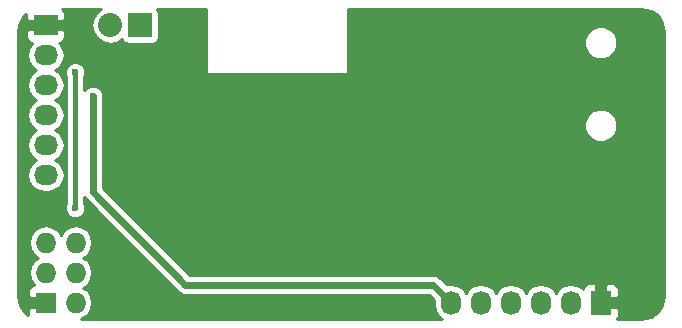
<source format=gbl>
G04 #@! TF.FileFunction,Copper,L2,Bot,Plane*
%FSLAX46Y46*%
G04 Gerber Fmt 4.6, Leading zero omitted, Abs format (unit mm)*
G04 Created by KiCad (PCBNEW 4.0.2-4+6225~38~ubuntu15.04.1-stable) date Fri 29 Apr 2016 12:43:49 PM PDT*
%MOMM*%
G01*
G04 APERTURE LIST*
%ADD10C,0.100000*%
%ADD11C,0.685800*%
%ADD12R,1.727200X1.727200*%
%ADD13O,1.727200X1.727200*%
%ADD14R,2.032000X1.727200*%
%ADD15O,2.032000X1.727200*%
%ADD16R,1.727200X2.032000*%
%ADD17O,1.727200X2.032000*%
%ADD18R,2.032000X2.032000*%
%ADD19O,2.032000X2.032000*%
%ADD20C,0.600000*%
%ADD21C,0.600000*%
%ADD22C,0.400000*%
%ADD23C,0.254000*%
G04 APERTURE END LIST*
D10*
D11*
X135070000Y-87050000D03*
X129100000Y-77500000D03*
X128000000Y-72050000D03*
X130920000Y-74500000D03*
X130920000Y-73000000D03*
X164300000Y-83300000D03*
X162000000Y-66000000D03*
X160500000Y-66000000D03*
X151500000Y-66000000D03*
X154500000Y-66000000D03*
X156000000Y-66000000D03*
X157500000Y-66000000D03*
X159000000Y-66000000D03*
X153000000Y-66000000D03*
X150000000Y-66000000D03*
X148500000Y-66000000D03*
X147000000Y-66000000D03*
X173000000Y-67000000D03*
X168500000Y-66000000D03*
X167000000Y-66000000D03*
X171500000Y-66000000D03*
X170000000Y-66000000D03*
X171500000Y-91500000D03*
X170000000Y-91500000D03*
X173000000Y-85000000D03*
X173000000Y-86500000D03*
X173000000Y-89500000D03*
X173000000Y-82000000D03*
X173000000Y-88000000D03*
X173000000Y-83500000D03*
X173000000Y-77500000D03*
X173000000Y-79000000D03*
X173000000Y-80500000D03*
X173000000Y-76000000D03*
X134200000Y-69000000D03*
X134200000Y-67500000D03*
X132700000Y-66000000D03*
X134200000Y-66000000D03*
X131200000Y-66000000D03*
X124500000Y-66000000D03*
X123000000Y-66000000D03*
X119000000Y-68500000D03*
X119000000Y-67000000D03*
X119000000Y-70000000D03*
X119000000Y-89000000D03*
X119000000Y-87500000D03*
X119000000Y-90500000D03*
X150720000Y-70050000D03*
X150720000Y-87050000D03*
X150720000Y-75050000D03*
X146500000Y-87050000D03*
X146500000Y-75050000D03*
X150720000Y-79050000D03*
X146500000Y-79050000D03*
X135000000Y-74500000D03*
X135000000Y-73000000D03*
X150000000Y-91500000D03*
X153000000Y-91500000D03*
X151500000Y-91500000D03*
X148500000Y-91500000D03*
X138000000Y-91500000D03*
X139500000Y-91500000D03*
X142500000Y-91500000D03*
X144000000Y-91500000D03*
X145500000Y-91500000D03*
X147000000Y-91500000D03*
X141000000Y-91500000D03*
X142500000Y-71500000D03*
X144000000Y-71500000D03*
X138000000Y-71500000D03*
X136500000Y-71500000D03*
X145500000Y-71500000D03*
X141000000Y-71500000D03*
X139500000Y-71500000D03*
D12*
X121000000Y-90500000D03*
D13*
X123540000Y-90500000D03*
X121000000Y-87960000D03*
X123540000Y-87960000D03*
X121000000Y-85420000D03*
X123540000Y-85420000D03*
D14*
X121000000Y-67000000D03*
D15*
X121000000Y-69540000D03*
X121000000Y-72080000D03*
X121000000Y-74620000D03*
X121000000Y-77160000D03*
X121000000Y-79700000D03*
D16*
X168000000Y-90500000D03*
D17*
X165460000Y-90500000D03*
X162920000Y-90500000D03*
X160380000Y-90500000D03*
X157840000Y-90500000D03*
X155300000Y-90500000D03*
D18*
X129000000Y-67000000D03*
D19*
X126460000Y-67000000D03*
D11*
X135000000Y-71500000D03*
D20*
X132835000Y-89000000D03*
X125000000Y-73000000D03*
X123500000Y-71000000D03*
X123500000Y-82500000D03*
D21*
X132835000Y-89000000D02*
X153800000Y-89000000D01*
X153800000Y-89000000D02*
X155300000Y-90500000D01*
X125000000Y-73000000D02*
X125000000Y-81165000D01*
X132835000Y-89000000D02*
X125000000Y-81165000D01*
D22*
X123500000Y-71000000D02*
X123500000Y-82500000D01*
D23*
G36*
X125315596Y-65886448D02*
X124974223Y-66397350D01*
X124854348Y-67000000D01*
X124974223Y-67602650D01*
X125315596Y-68113552D01*
X125826498Y-68454925D01*
X126429148Y-68574800D01*
X126490852Y-68574800D01*
X127093502Y-68454925D01*
X127451796Y-68215521D01*
X127453218Y-68223079D01*
X127575601Y-68413268D01*
X127762337Y-68540859D01*
X127984000Y-68585747D01*
X130016000Y-68585747D01*
X130223079Y-68546782D01*
X130413268Y-68424399D01*
X130540859Y-68237663D01*
X130585747Y-68016000D01*
X130585747Y-65984000D01*
X130546782Y-65776921D01*
X130454686Y-65633800D01*
X134573000Y-65633800D01*
X134573000Y-71000000D01*
X134581685Y-71046159D01*
X134582652Y-71047662D01*
X134583006Y-71049410D01*
X134596248Y-71068791D01*
X134608965Y-71088553D01*
X134610440Y-71089560D01*
X134611447Y-71091035D01*
X134631209Y-71103752D01*
X134650590Y-71116994D01*
X134652338Y-71117348D01*
X134653841Y-71118315D01*
X134700000Y-71127000D01*
X146500000Y-71127000D01*
X146546159Y-71118315D01*
X146547662Y-71117348D01*
X146549410Y-71116994D01*
X146568791Y-71103752D01*
X146588553Y-71091035D01*
X146589560Y-71089560D01*
X146591035Y-71088553D01*
X146603752Y-71068791D01*
X146616994Y-71049410D01*
X146617348Y-71047662D01*
X146618315Y-71046159D01*
X146627000Y-71000000D01*
X146627000Y-68778998D01*
X166590956Y-68778998D01*
X166804981Y-69296979D01*
X167200937Y-69693626D01*
X167718543Y-69908555D01*
X168278998Y-69909044D01*
X168796979Y-69695019D01*
X169193626Y-69299063D01*
X169408555Y-68781457D01*
X169409044Y-68221002D01*
X169195019Y-67703021D01*
X168799063Y-67306374D01*
X168281457Y-67091445D01*
X167721002Y-67090956D01*
X167203021Y-67304981D01*
X166806374Y-67700937D01*
X166591445Y-68218543D01*
X166590956Y-68778998D01*
X146627000Y-68778998D01*
X146627000Y-65633800D01*
X171437575Y-65633800D01*
X172209413Y-65787328D01*
X172810823Y-66189177D01*
X173212672Y-66790588D01*
X173366200Y-67562425D01*
X173366200Y-89937575D01*
X173212672Y-90709412D01*
X172810823Y-91310823D01*
X172209413Y-91712672D01*
X171437575Y-91866200D01*
X169405862Y-91866200D01*
X169498600Y-91642310D01*
X169498600Y-91031750D01*
X169339850Y-90873000D01*
X168373000Y-90873000D01*
X168373000Y-90893000D01*
X167627000Y-90893000D01*
X167627000Y-90873000D01*
X167607000Y-90873000D01*
X167607000Y-90127000D01*
X167627000Y-90127000D01*
X167627000Y-89007750D01*
X168373000Y-89007750D01*
X168373000Y-90127000D01*
X169339850Y-90127000D01*
X169498600Y-89968250D01*
X169498600Y-89357690D01*
X169401927Y-89124301D01*
X169223298Y-88945673D01*
X168989909Y-88849000D01*
X168531750Y-88849000D01*
X168373000Y-89007750D01*
X167627000Y-89007750D01*
X167468250Y-88849000D01*
X167010091Y-88849000D01*
X166776702Y-88945673D01*
X166598073Y-89124301D01*
X166501400Y-89357690D01*
X166501400Y-89364255D01*
X166465789Y-89310959D01*
X166004329Y-89002622D01*
X165460000Y-88894348D01*
X164915671Y-89002622D01*
X164454211Y-89310959D01*
X164190000Y-89706380D01*
X163925789Y-89310959D01*
X163464329Y-89002622D01*
X162920000Y-88894348D01*
X162375671Y-89002622D01*
X161914211Y-89310959D01*
X161650000Y-89706380D01*
X161385789Y-89310959D01*
X160924329Y-89002622D01*
X160380000Y-88894348D01*
X159835671Y-89002622D01*
X159374211Y-89310959D01*
X159110000Y-89706380D01*
X158845789Y-89310959D01*
X158384329Y-89002622D01*
X157840000Y-88894348D01*
X157295671Y-89002622D01*
X156834211Y-89310959D01*
X156570000Y-89706380D01*
X156305789Y-89310959D01*
X155844329Y-89002622D01*
X155300000Y-88894348D01*
X154973766Y-88959240D01*
X154407263Y-88392737D01*
X154128649Y-88206572D01*
X153800000Y-88141200D01*
X133190726Y-88141200D01*
X125858800Y-80809274D01*
X125858800Y-75778998D01*
X166590956Y-75778998D01*
X166804981Y-76296979D01*
X167200937Y-76693626D01*
X167718543Y-76908555D01*
X168278998Y-76909044D01*
X168796979Y-76695019D01*
X169193626Y-76299063D01*
X169408555Y-75781457D01*
X169409044Y-75221002D01*
X169195019Y-74703021D01*
X168799063Y-74306374D01*
X168281457Y-74091445D01*
X167721002Y-74090956D01*
X167203021Y-74304981D01*
X166806374Y-74700937D01*
X166591445Y-75218543D01*
X166590956Y-75778998D01*
X125858800Y-75778998D01*
X125858800Y-73000750D01*
X125858949Y-72829924D01*
X125728480Y-72514164D01*
X125487106Y-72272369D01*
X125171575Y-72141349D01*
X124829924Y-72141051D01*
X124514164Y-72271520D01*
X124272369Y-72512894D01*
X124258800Y-72545572D01*
X124258800Y-71412043D01*
X124358651Y-71171575D01*
X124358949Y-70829924D01*
X124228480Y-70514164D01*
X123987106Y-70272369D01*
X123671575Y-70141349D01*
X123329924Y-70141051D01*
X123014164Y-70271520D01*
X122772369Y-70512894D01*
X122641349Y-70828425D01*
X122641051Y-71170076D01*
X122741200Y-71412456D01*
X122741200Y-82087957D01*
X122641349Y-82328425D01*
X122641051Y-82670076D01*
X122771520Y-82985836D01*
X123012894Y-83227631D01*
X123328425Y-83358651D01*
X123670076Y-83358949D01*
X123985836Y-83228480D01*
X124227631Y-82987106D01*
X124358651Y-82671575D01*
X124358949Y-82329924D01*
X124258800Y-82087544D01*
X124258800Y-81571813D01*
X124305263Y-81641349D01*
X124392737Y-81772263D01*
X132226920Y-89606446D01*
X132347894Y-89727631D01*
X132663425Y-89858651D01*
X133005076Y-89858949D01*
X133005437Y-89858800D01*
X153444274Y-89858800D01*
X153881685Y-90296211D01*
X153877600Y-90316748D01*
X153877600Y-90683252D01*
X153985874Y-91227581D01*
X154294211Y-91689041D01*
X154559349Y-91866200D01*
X123962627Y-91866200D01*
X124084329Y-91841992D01*
X124545789Y-91533655D01*
X124854126Y-91072195D01*
X124962400Y-90527866D01*
X124962400Y-90472134D01*
X124854126Y-89927805D01*
X124545789Y-89466345D01*
X124192073Y-89230000D01*
X124545789Y-88993655D01*
X124854126Y-88532195D01*
X124962400Y-87987866D01*
X124962400Y-87932134D01*
X124854126Y-87387805D01*
X124545789Y-86926345D01*
X124192073Y-86690000D01*
X124545789Y-86453655D01*
X124854126Y-85992195D01*
X124962400Y-85447866D01*
X124962400Y-85392134D01*
X124854126Y-84847805D01*
X124545789Y-84386345D01*
X124084329Y-84078008D01*
X123540000Y-83969734D01*
X122995671Y-84078008D01*
X122534211Y-84386345D01*
X122270000Y-84781766D01*
X122005789Y-84386345D01*
X121544329Y-84078008D01*
X121000000Y-83969734D01*
X120455671Y-84078008D01*
X119994211Y-84386345D01*
X119685874Y-84847805D01*
X119577600Y-85392134D01*
X119577600Y-85447866D01*
X119685874Y-85992195D01*
X119994211Y-86453655D01*
X120347927Y-86690000D01*
X119994211Y-86926345D01*
X119685874Y-87387805D01*
X119577600Y-87932134D01*
X119577600Y-87987866D01*
X119685874Y-88532195D01*
X119994211Y-88993655D01*
X120007443Y-89002496D01*
X119776701Y-89098073D01*
X119598073Y-89276702D01*
X119501400Y-89510091D01*
X119501400Y-89968250D01*
X119660150Y-90127000D01*
X120627000Y-90127000D01*
X120627000Y-90107000D01*
X121373000Y-90107000D01*
X121373000Y-90127000D01*
X121393000Y-90127000D01*
X121393000Y-90873000D01*
X121373000Y-90873000D01*
X121373000Y-90893000D01*
X120627000Y-90893000D01*
X120627000Y-90873000D01*
X119660150Y-90873000D01*
X119501400Y-91031750D01*
X119501400Y-91489909D01*
X119518315Y-91530746D01*
X119189177Y-91310823D01*
X118787328Y-90709413D01*
X118633800Y-89937575D01*
X118633800Y-67562425D01*
X118639901Y-67531750D01*
X119349000Y-67531750D01*
X119349000Y-67989909D01*
X119445673Y-68223298D01*
X119624301Y-68401927D01*
X119857690Y-68498600D01*
X119864255Y-68498600D01*
X119810959Y-68534211D01*
X119502622Y-68995671D01*
X119394348Y-69540000D01*
X119502622Y-70084329D01*
X119810959Y-70545789D01*
X120206380Y-70810000D01*
X119810959Y-71074211D01*
X119502622Y-71535671D01*
X119394348Y-72080000D01*
X119502622Y-72624329D01*
X119810959Y-73085789D01*
X120206380Y-73350000D01*
X119810959Y-73614211D01*
X119502622Y-74075671D01*
X119394348Y-74620000D01*
X119502622Y-75164329D01*
X119810959Y-75625789D01*
X120206380Y-75890000D01*
X119810959Y-76154211D01*
X119502622Y-76615671D01*
X119394348Y-77160000D01*
X119502622Y-77704329D01*
X119810959Y-78165789D01*
X120206380Y-78430000D01*
X119810959Y-78694211D01*
X119502622Y-79155671D01*
X119394348Y-79700000D01*
X119502622Y-80244329D01*
X119810959Y-80705789D01*
X120272419Y-81014126D01*
X120816748Y-81122400D01*
X121183252Y-81122400D01*
X121727581Y-81014126D01*
X122189041Y-80705789D01*
X122497378Y-80244329D01*
X122605652Y-79700000D01*
X122497378Y-79155671D01*
X122189041Y-78694211D01*
X121793620Y-78430000D01*
X122189041Y-78165789D01*
X122497378Y-77704329D01*
X122605652Y-77160000D01*
X122497378Y-76615671D01*
X122189041Y-76154211D01*
X121793620Y-75890000D01*
X122189041Y-75625789D01*
X122497378Y-75164329D01*
X122605652Y-74620000D01*
X122497378Y-74075671D01*
X122189041Y-73614211D01*
X121793620Y-73350000D01*
X122189041Y-73085789D01*
X122497378Y-72624329D01*
X122605652Y-72080000D01*
X122497378Y-71535671D01*
X122189041Y-71074211D01*
X121793620Y-70810000D01*
X122189041Y-70545789D01*
X122497378Y-70084329D01*
X122605652Y-69540000D01*
X122497378Y-68995671D01*
X122189041Y-68534211D01*
X122135745Y-68498600D01*
X122142310Y-68498600D01*
X122375699Y-68401927D01*
X122554327Y-68223298D01*
X122651000Y-67989909D01*
X122651000Y-67531750D01*
X122492250Y-67373000D01*
X121373000Y-67373000D01*
X121373000Y-67393000D01*
X120627000Y-67393000D01*
X120627000Y-67373000D01*
X119507750Y-67373000D01*
X119349000Y-67531750D01*
X118639901Y-67531750D01*
X118787328Y-66790587D01*
X119189177Y-66189177D01*
X119349000Y-66082387D01*
X119349000Y-66468250D01*
X119507750Y-66627000D01*
X120627000Y-66627000D01*
X120627000Y-66607000D01*
X121373000Y-66607000D01*
X121373000Y-66627000D01*
X122492250Y-66627000D01*
X122651000Y-66468250D01*
X122651000Y-66010091D01*
X122554327Y-65776702D01*
X122411426Y-65633800D01*
X125693711Y-65633800D01*
X125315596Y-65886448D01*
X125315596Y-65886448D01*
G37*
X125315596Y-65886448D02*
X124974223Y-66397350D01*
X124854348Y-67000000D01*
X124974223Y-67602650D01*
X125315596Y-68113552D01*
X125826498Y-68454925D01*
X126429148Y-68574800D01*
X126490852Y-68574800D01*
X127093502Y-68454925D01*
X127451796Y-68215521D01*
X127453218Y-68223079D01*
X127575601Y-68413268D01*
X127762337Y-68540859D01*
X127984000Y-68585747D01*
X130016000Y-68585747D01*
X130223079Y-68546782D01*
X130413268Y-68424399D01*
X130540859Y-68237663D01*
X130585747Y-68016000D01*
X130585747Y-65984000D01*
X130546782Y-65776921D01*
X130454686Y-65633800D01*
X134573000Y-65633800D01*
X134573000Y-71000000D01*
X134581685Y-71046159D01*
X134582652Y-71047662D01*
X134583006Y-71049410D01*
X134596248Y-71068791D01*
X134608965Y-71088553D01*
X134610440Y-71089560D01*
X134611447Y-71091035D01*
X134631209Y-71103752D01*
X134650590Y-71116994D01*
X134652338Y-71117348D01*
X134653841Y-71118315D01*
X134700000Y-71127000D01*
X146500000Y-71127000D01*
X146546159Y-71118315D01*
X146547662Y-71117348D01*
X146549410Y-71116994D01*
X146568791Y-71103752D01*
X146588553Y-71091035D01*
X146589560Y-71089560D01*
X146591035Y-71088553D01*
X146603752Y-71068791D01*
X146616994Y-71049410D01*
X146617348Y-71047662D01*
X146618315Y-71046159D01*
X146627000Y-71000000D01*
X146627000Y-68778998D01*
X166590956Y-68778998D01*
X166804981Y-69296979D01*
X167200937Y-69693626D01*
X167718543Y-69908555D01*
X168278998Y-69909044D01*
X168796979Y-69695019D01*
X169193626Y-69299063D01*
X169408555Y-68781457D01*
X169409044Y-68221002D01*
X169195019Y-67703021D01*
X168799063Y-67306374D01*
X168281457Y-67091445D01*
X167721002Y-67090956D01*
X167203021Y-67304981D01*
X166806374Y-67700937D01*
X166591445Y-68218543D01*
X166590956Y-68778998D01*
X146627000Y-68778998D01*
X146627000Y-65633800D01*
X171437575Y-65633800D01*
X172209413Y-65787328D01*
X172810823Y-66189177D01*
X173212672Y-66790588D01*
X173366200Y-67562425D01*
X173366200Y-89937575D01*
X173212672Y-90709412D01*
X172810823Y-91310823D01*
X172209413Y-91712672D01*
X171437575Y-91866200D01*
X169405862Y-91866200D01*
X169498600Y-91642310D01*
X169498600Y-91031750D01*
X169339850Y-90873000D01*
X168373000Y-90873000D01*
X168373000Y-90893000D01*
X167627000Y-90893000D01*
X167627000Y-90873000D01*
X167607000Y-90873000D01*
X167607000Y-90127000D01*
X167627000Y-90127000D01*
X167627000Y-89007750D01*
X168373000Y-89007750D01*
X168373000Y-90127000D01*
X169339850Y-90127000D01*
X169498600Y-89968250D01*
X169498600Y-89357690D01*
X169401927Y-89124301D01*
X169223298Y-88945673D01*
X168989909Y-88849000D01*
X168531750Y-88849000D01*
X168373000Y-89007750D01*
X167627000Y-89007750D01*
X167468250Y-88849000D01*
X167010091Y-88849000D01*
X166776702Y-88945673D01*
X166598073Y-89124301D01*
X166501400Y-89357690D01*
X166501400Y-89364255D01*
X166465789Y-89310959D01*
X166004329Y-89002622D01*
X165460000Y-88894348D01*
X164915671Y-89002622D01*
X164454211Y-89310959D01*
X164190000Y-89706380D01*
X163925789Y-89310959D01*
X163464329Y-89002622D01*
X162920000Y-88894348D01*
X162375671Y-89002622D01*
X161914211Y-89310959D01*
X161650000Y-89706380D01*
X161385789Y-89310959D01*
X160924329Y-89002622D01*
X160380000Y-88894348D01*
X159835671Y-89002622D01*
X159374211Y-89310959D01*
X159110000Y-89706380D01*
X158845789Y-89310959D01*
X158384329Y-89002622D01*
X157840000Y-88894348D01*
X157295671Y-89002622D01*
X156834211Y-89310959D01*
X156570000Y-89706380D01*
X156305789Y-89310959D01*
X155844329Y-89002622D01*
X155300000Y-88894348D01*
X154973766Y-88959240D01*
X154407263Y-88392737D01*
X154128649Y-88206572D01*
X153800000Y-88141200D01*
X133190726Y-88141200D01*
X125858800Y-80809274D01*
X125858800Y-75778998D01*
X166590956Y-75778998D01*
X166804981Y-76296979D01*
X167200937Y-76693626D01*
X167718543Y-76908555D01*
X168278998Y-76909044D01*
X168796979Y-76695019D01*
X169193626Y-76299063D01*
X169408555Y-75781457D01*
X169409044Y-75221002D01*
X169195019Y-74703021D01*
X168799063Y-74306374D01*
X168281457Y-74091445D01*
X167721002Y-74090956D01*
X167203021Y-74304981D01*
X166806374Y-74700937D01*
X166591445Y-75218543D01*
X166590956Y-75778998D01*
X125858800Y-75778998D01*
X125858800Y-73000750D01*
X125858949Y-72829924D01*
X125728480Y-72514164D01*
X125487106Y-72272369D01*
X125171575Y-72141349D01*
X124829924Y-72141051D01*
X124514164Y-72271520D01*
X124272369Y-72512894D01*
X124258800Y-72545572D01*
X124258800Y-71412043D01*
X124358651Y-71171575D01*
X124358949Y-70829924D01*
X124228480Y-70514164D01*
X123987106Y-70272369D01*
X123671575Y-70141349D01*
X123329924Y-70141051D01*
X123014164Y-70271520D01*
X122772369Y-70512894D01*
X122641349Y-70828425D01*
X122641051Y-71170076D01*
X122741200Y-71412456D01*
X122741200Y-82087957D01*
X122641349Y-82328425D01*
X122641051Y-82670076D01*
X122771520Y-82985836D01*
X123012894Y-83227631D01*
X123328425Y-83358651D01*
X123670076Y-83358949D01*
X123985836Y-83228480D01*
X124227631Y-82987106D01*
X124358651Y-82671575D01*
X124358949Y-82329924D01*
X124258800Y-82087544D01*
X124258800Y-81571813D01*
X124305263Y-81641349D01*
X124392737Y-81772263D01*
X132226920Y-89606446D01*
X132347894Y-89727631D01*
X132663425Y-89858651D01*
X133005076Y-89858949D01*
X133005437Y-89858800D01*
X153444274Y-89858800D01*
X153881685Y-90296211D01*
X153877600Y-90316748D01*
X153877600Y-90683252D01*
X153985874Y-91227581D01*
X154294211Y-91689041D01*
X154559349Y-91866200D01*
X123962627Y-91866200D01*
X124084329Y-91841992D01*
X124545789Y-91533655D01*
X124854126Y-91072195D01*
X124962400Y-90527866D01*
X124962400Y-90472134D01*
X124854126Y-89927805D01*
X124545789Y-89466345D01*
X124192073Y-89230000D01*
X124545789Y-88993655D01*
X124854126Y-88532195D01*
X124962400Y-87987866D01*
X124962400Y-87932134D01*
X124854126Y-87387805D01*
X124545789Y-86926345D01*
X124192073Y-86690000D01*
X124545789Y-86453655D01*
X124854126Y-85992195D01*
X124962400Y-85447866D01*
X124962400Y-85392134D01*
X124854126Y-84847805D01*
X124545789Y-84386345D01*
X124084329Y-84078008D01*
X123540000Y-83969734D01*
X122995671Y-84078008D01*
X122534211Y-84386345D01*
X122270000Y-84781766D01*
X122005789Y-84386345D01*
X121544329Y-84078008D01*
X121000000Y-83969734D01*
X120455671Y-84078008D01*
X119994211Y-84386345D01*
X119685874Y-84847805D01*
X119577600Y-85392134D01*
X119577600Y-85447866D01*
X119685874Y-85992195D01*
X119994211Y-86453655D01*
X120347927Y-86690000D01*
X119994211Y-86926345D01*
X119685874Y-87387805D01*
X119577600Y-87932134D01*
X119577600Y-87987866D01*
X119685874Y-88532195D01*
X119994211Y-88993655D01*
X120007443Y-89002496D01*
X119776701Y-89098073D01*
X119598073Y-89276702D01*
X119501400Y-89510091D01*
X119501400Y-89968250D01*
X119660150Y-90127000D01*
X120627000Y-90127000D01*
X120627000Y-90107000D01*
X121373000Y-90107000D01*
X121373000Y-90127000D01*
X121393000Y-90127000D01*
X121393000Y-90873000D01*
X121373000Y-90873000D01*
X121373000Y-90893000D01*
X120627000Y-90893000D01*
X120627000Y-90873000D01*
X119660150Y-90873000D01*
X119501400Y-91031750D01*
X119501400Y-91489909D01*
X119518315Y-91530746D01*
X119189177Y-91310823D01*
X118787328Y-90709413D01*
X118633800Y-89937575D01*
X118633800Y-67562425D01*
X118639901Y-67531750D01*
X119349000Y-67531750D01*
X119349000Y-67989909D01*
X119445673Y-68223298D01*
X119624301Y-68401927D01*
X119857690Y-68498600D01*
X119864255Y-68498600D01*
X119810959Y-68534211D01*
X119502622Y-68995671D01*
X119394348Y-69540000D01*
X119502622Y-70084329D01*
X119810959Y-70545789D01*
X120206380Y-70810000D01*
X119810959Y-71074211D01*
X119502622Y-71535671D01*
X119394348Y-72080000D01*
X119502622Y-72624329D01*
X119810959Y-73085789D01*
X120206380Y-73350000D01*
X119810959Y-73614211D01*
X119502622Y-74075671D01*
X119394348Y-74620000D01*
X119502622Y-75164329D01*
X119810959Y-75625789D01*
X120206380Y-75890000D01*
X119810959Y-76154211D01*
X119502622Y-76615671D01*
X119394348Y-77160000D01*
X119502622Y-77704329D01*
X119810959Y-78165789D01*
X120206380Y-78430000D01*
X119810959Y-78694211D01*
X119502622Y-79155671D01*
X119394348Y-79700000D01*
X119502622Y-80244329D01*
X119810959Y-80705789D01*
X120272419Y-81014126D01*
X120816748Y-81122400D01*
X121183252Y-81122400D01*
X121727581Y-81014126D01*
X122189041Y-80705789D01*
X122497378Y-80244329D01*
X122605652Y-79700000D01*
X122497378Y-79155671D01*
X122189041Y-78694211D01*
X121793620Y-78430000D01*
X122189041Y-78165789D01*
X122497378Y-77704329D01*
X122605652Y-77160000D01*
X122497378Y-76615671D01*
X122189041Y-76154211D01*
X121793620Y-75890000D01*
X122189041Y-75625789D01*
X122497378Y-75164329D01*
X122605652Y-74620000D01*
X122497378Y-74075671D01*
X122189041Y-73614211D01*
X121793620Y-73350000D01*
X122189041Y-73085789D01*
X122497378Y-72624329D01*
X122605652Y-72080000D01*
X122497378Y-71535671D01*
X122189041Y-71074211D01*
X121793620Y-70810000D01*
X122189041Y-70545789D01*
X122497378Y-70084329D01*
X122605652Y-69540000D01*
X122497378Y-68995671D01*
X122189041Y-68534211D01*
X122135745Y-68498600D01*
X122142310Y-68498600D01*
X122375699Y-68401927D01*
X122554327Y-68223298D01*
X122651000Y-67989909D01*
X122651000Y-67531750D01*
X122492250Y-67373000D01*
X121373000Y-67373000D01*
X121373000Y-67393000D01*
X120627000Y-67393000D01*
X120627000Y-67373000D01*
X119507750Y-67373000D01*
X119349000Y-67531750D01*
X118639901Y-67531750D01*
X118787328Y-66790587D01*
X119189177Y-66189177D01*
X119349000Y-66082387D01*
X119349000Y-66468250D01*
X119507750Y-66627000D01*
X120627000Y-66627000D01*
X120627000Y-66607000D01*
X121373000Y-66607000D01*
X121373000Y-66627000D01*
X122492250Y-66627000D01*
X122651000Y-66468250D01*
X122651000Y-66010091D01*
X122554327Y-65776702D01*
X122411426Y-65633800D01*
X125693711Y-65633800D01*
X125315596Y-65886448D01*
M02*

</source>
